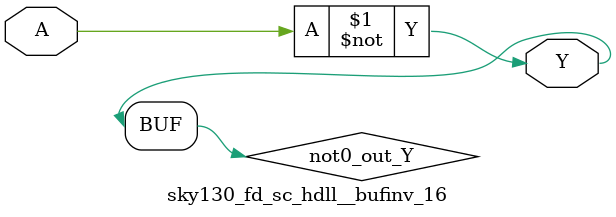
<source format=v>
/*
 * Copyright 2020 The SkyWater PDK Authors
 *
 * Licensed under the Apache License, Version 2.0 (the "License");
 * you may not use this file except in compliance with the License.
 * You may obtain a copy of the License at
 *
 *     https://www.apache.org/licenses/LICENSE-2.0
 *
 * Unless required by applicable law or agreed to in writing, software
 * distributed under the License is distributed on an "AS IS" BASIS,
 * WITHOUT WARRANTIES OR CONDITIONS OF ANY KIND, either express or implied.
 * See the License for the specific language governing permissions and
 * limitations under the License.
 *
 * SPDX-License-Identifier: Apache-2.0
*/


`ifndef SKY130_FD_SC_HDLL__BUFINV_16_FUNCTIONAL_V
`define SKY130_FD_SC_HDLL__BUFINV_16_FUNCTIONAL_V

/**
 * bufinv: Buffer followed by inverter.
 *
 * Verilog simulation functional model.
 */

`timescale 1ns / 1ps
`default_nettype none

`celldefine
module sky130_fd_sc_hdll__bufinv_16 (
    Y,
    A
);

    // Module ports
    output Y;
    input  A;

    // Local signals
    wire not0_out_Y;

    //  Name  Output      Other arguments
    not not0 (not0_out_Y, A              );
    buf buf0 (Y         , not0_out_Y     );

endmodule
`endcelldefine

`default_nettype wire
`endif  // SKY130_FD_SC_HDLL__BUFINV_16_FUNCTIONAL_V

</source>
